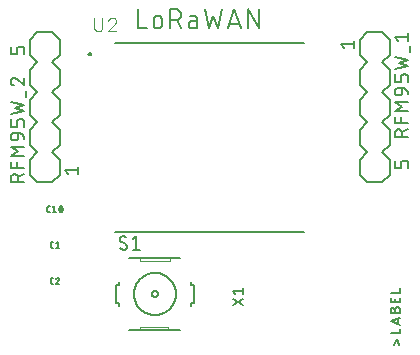
<source format=gbr>
G04 EAGLE Gerber RS-274X export*
G75*
%MOMM*%
%FSLAX34Y34*%
%LPD*%
%INSilkscreen Top*%
%IPPOS*%
%AMOC8*
5,1,8,0,0,1.08239X$1,22.5*%
G01*
%ADD10C,0.152400*%
%ADD11C,0.127000*%
%ADD12C,0.050800*%
%ADD13C,0.200000*%
%ADD14C,0.101600*%
%ADD15C,0.177800*%


D10*
X130302Y806958D02*
X130302Y790702D01*
X137527Y790702D01*
X143159Y794314D02*
X143159Y797927D01*
X143160Y797927D02*
X143162Y798046D01*
X143168Y798166D01*
X143178Y798285D01*
X143192Y798403D01*
X143209Y798522D01*
X143231Y798639D01*
X143256Y798756D01*
X143286Y798871D01*
X143319Y798986D01*
X143356Y799100D01*
X143396Y799212D01*
X143441Y799323D01*
X143489Y799432D01*
X143540Y799540D01*
X143595Y799646D01*
X143654Y799750D01*
X143716Y799852D01*
X143781Y799952D01*
X143850Y800050D01*
X143922Y800146D01*
X143997Y800239D01*
X144074Y800329D01*
X144155Y800417D01*
X144239Y800502D01*
X144326Y800584D01*
X144415Y800664D01*
X144507Y800740D01*
X144601Y800814D01*
X144698Y800884D01*
X144796Y800951D01*
X144897Y801015D01*
X145001Y801075D01*
X145106Y801132D01*
X145213Y801185D01*
X145321Y801235D01*
X145431Y801281D01*
X145543Y801323D01*
X145656Y801362D01*
X145770Y801397D01*
X145885Y801428D01*
X146002Y801456D01*
X146119Y801479D01*
X146236Y801499D01*
X146355Y801515D01*
X146474Y801527D01*
X146593Y801535D01*
X146712Y801539D01*
X146832Y801539D01*
X146951Y801535D01*
X147070Y801527D01*
X147189Y801515D01*
X147308Y801499D01*
X147425Y801479D01*
X147542Y801456D01*
X147659Y801428D01*
X147774Y801397D01*
X147888Y801362D01*
X148001Y801323D01*
X148113Y801281D01*
X148223Y801235D01*
X148331Y801185D01*
X148438Y801132D01*
X148543Y801075D01*
X148647Y801015D01*
X148748Y800951D01*
X148846Y800884D01*
X148943Y800814D01*
X149037Y800740D01*
X149129Y800664D01*
X149218Y800584D01*
X149305Y800502D01*
X149389Y800417D01*
X149470Y800329D01*
X149547Y800239D01*
X149622Y800146D01*
X149694Y800050D01*
X149763Y799952D01*
X149828Y799852D01*
X149890Y799750D01*
X149949Y799646D01*
X150004Y799540D01*
X150055Y799432D01*
X150103Y799323D01*
X150148Y799212D01*
X150188Y799100D01*
X150225Y798986D01*
X150258Y798871D01*
X150288Y798756D01*
X150313Y798639D01*
X150335Y798522D01*
X150352Y798403D01*
X150366Y798285D01*
X150376Y798166D01*
X150382Y798046D01*
X150384Y797927D01*
X150384Y794314D01*
X150382Y794195D01*
X150376Y794075D01*
X150366Y793956D01*
X150352Y793838D01*
X150335Y793719D01*
X150313Y793602D01*
X150288Y793485D01*
X150258Y793370D01*
X150225Y793255D01*
X150188Y793141D01*
X150148Y793029D01*
X150103Y792918D01*
X150055Y792809D01*
X150004Y792701D01*
X149949Y792595D01*
X149890Y792491D01*
X149828Y792389D01*
X149763Y792289D01*
X149694Y792191D01*
X149622Y792095D01*
X149547Y792002D01*
X149470Y791912D01*
X149389Y791824D01*
X149305Y791739D01*
X149218Y791657D01*
X149129Y791577D01*
X149037Y791501D01*
X148943Y791427D01*
X148846Y791357D01*
X148748Y791290D01*
X148647Y791226D01*
X148543Y791166D01*
X148438Y791109D01*
X148331Y791056D01*
X148223Y791006D01*
X148113Y790960D01*
X148001Y790918D01*
X147888Y790879D01*
X147774Y790844D01*
X147659Y790813D01*
X147542Y790785D01*
X147425Y790762D01*
X147308Y790742D01*
X147189Y790726D01*
X147070Y790714D01*
X146951Y790706D01*
X146832Y790702D01*
X146712Y790702D01*
X146593Y790706D01*
X146474Y790714D01*
X146355Y790726D01*
X146236Y790742D01*
X146119Y790762D01*
X146002Y790785D01*
X145885Y790813D01*
X145770Y790844D01*
X145656Y790879D01*
X145543Y790918D01*
X145431Y790960D01*
X145321Y791006D01*
X145213Y791056D01*
X145106Y791109D01*
X145001Y791166D01*
X144897Y791226D01*
X144796Y791290D01*
X144698Y791357D01*
X144601Y791427D01*
X144507Y791501D01*
X144415Y791577D01*
X144326Y791657D01*
X144239Y791739D01*
X144155Y791824D01*
X144074Y791912D01*
X143997Y792002D01*
X143922Y792095D01*
X143850Y792191D01*
X143781Y792289D01*
X143716Y792389D01*
X143654Y792491D01*
X143595Y792595D01*
X143540Y792701D01*
X143489Y792809D01*
X143441Y792918D01*
X143396Y793029D01*
X143356Y793141D01*
X143319Y793255D01*
X143286Y793370D01*
X143256Y793485D01*
X143231Y793602D01*
X143209Y793719D01*
X143192Y793838D01*
X143178Y793956D01*
X143168Y794075D01*
X143162Y794195D01*
X143160Y794314D01*
X157458Y790702D02*
X157458Y806958D01*
X161973Y806958D01*
X162106Y806956D01*
X162238Y806950D01*
X162370Y806940D01*
X162502Y806927D01*
X162634Y806909D01*
X162764Y806888D01*
X162895Y806863D01*
X163024Y806834D01*
X163152Y806801D01*
X163280Y806765D01*
X163406Y806725D01*
X163531Y806681D01*
X163655Y806633D01*
X163777Y806582D01*
X163898Y806527D01*
X164017Y806469D01*
X164135Y806407D01*
X164250Y806342D01*
X164364Y806273D01*
X164475Y806202D01*
X164584Y806126D01*
X164691Y806048D01*
X164796Y805967D01*
X164898Y805882D01*
X164998Y805795D01*
X165095Y805705D01*
X165190Y805612D01*
X165281Y805516D01*
X165370Y805418D01*
X165456Y805317D01*
X165539Y805213D01*
X165619Y805107D01*
X165695Y804999D01*
X165769Y804889D01*
X165839Y804776D01*
X165906Y804662D01*
X165969Y804545D01*
X166029Y804427D01*
X166086Y804307D01*
X166139Y804185D01*
X166188Y804062D01*
X166234Y803938D01*
X166276Y803812D01*
X166314Y803685D01*
X166349Y803557D01*
X166380Y803428D01*
X166407Y803299D01*
X166430Y803168D01*
X166450Y803037D01*
X166465Y802905D01*
X166477Y802773D01*
X166485Y802641D01*
X166489Y802508D01*
X166489Y802376D01*
X166485Y802243D01*
X166477Y802111D01*
X166465Y801979D01*
X166450Y801847D01*
X166430Y801716D01*
X166407Y801585D01*
X166380Y801456D01*
X166349Y801327D01*
X166314Y801199D01*
X166276Y801072D01*
X166234Y800946D01*
X166188Y800822D01*
X166139Y800699D01*
X166086Y800577D01*
X166029Y800457D01*
X165969Y800339D01*
X165906Y800222D01*
X165839Y800108D01*
X165769Y799995D01*
X165695Y799885D01*
X165619Y799777D01*
X165539Y799671D01*
X165456Y799567D01*
X165370Y799466D01*
X165281Y799368D01*
X165190Y799272D01*
X165095Y799179D01*
X164998Y799089D01*
X164898Y799002D01*
X164796Y798917D01*
X164691Y798836D01*
X164584Y798758D01*
X164475Y798682D01*
X164364Y798611D01*
X164250Y798542D01*
X164135Y798477D01*
X164017Y798415D01*
X163898Y798357D01*
X163777Y798302D01*
X163655Y798251D01*
X163531Y798203D01*
X163406Y798159D01*
X163280Y798119D01*
X163152Y798083D01*
X163024Y798050D01*
X162895Y798021D01*
X162764Y797996D01*
X162634Y797975D01*
X162502Y797957D01*
X162370Y797944D01*
X162238Y797934D01*
X162106Y797928D01*
X161973Y797926D01*
X161973Y797927D02*
X157458Y797927D01*
X162877Y797927D02*
X166489Y790702D01*
X175946Y797024D02*
X180010Y797024D01*
X175946Y797024D02*
X175834Y797022D01*
X175723Y797016D01*
X175612Y797006D01*
X175501Y796993D01*
X175391Y796975D01*
X175282Y796953D01*
X175173Y796928D01*
X175065Y796899D01*
X174959Y796866D01*
X174853Y796829D01*
X174749Y796789D01*
X174647Y796745D01*
X174546Y796697D01*
X174447Y796646D01*
X174349Y796591D01*
X174254Y796533D01*
X174161Y796472D01*
X174070Y796407D01*
X173981Y796339D01*
X173895Y796268D01*
X173812Y796195D01*
X173731Y796118D01*
X173652Y796038D01*
X173577Y795956D01*
X173505Y795871D01*
X173435Y795784D01*
X173369Y795694D01*
X173306Y795602D01*
X173246Y795507D01*
X173190Y795411D01*
X173137Y795313D01*
X173088Y795213D01*
X173042Y795111D01*
X173000Y795008D01*
X172961Y794903D01*
X172926Y794797D01*
X172895Y794690D01*
X172868Y794582D01*
X172844Y794473D01*
X172825Y794363D01*
X172809Y794253D01*
X172797Y794142D01*
X172789Y794030D01*
X172785Y793919D01*
X172785Y793807D01*
X172789Y793696D01*
X172797Y793584D01*
X172809Y793473D01*
X172825Y793363D01*
X172844Y793253D01*
X172868Y793144D01*
X172895Y793036D01*
X172926Y792929D01*
X172961Y792823D01*
X173000Y792718D01*
X173042Y792615D01*
X173088Y792513D01*
X173137Y792413D01*
X173190Y792315D01*
X173246Y792219D01*
X173306Y792124D01*
X173369Y792032D01*
X173435Y791942D01*
X173505Y791855D01*
X173577Y791770D01*
X173652Y791688D01*
X173731Y791608D01*
X173812Y791531D01*
X173895Y791458D01*
X173981Y791387D01*
X174070Y791319D01*
X174161Y791254D01*
X174254Y791193D01*
X174349Y791135D01*
X174447Y791080D01*
X174546Y791029D01*
X174647Y790981D01*
X174749Y790937D01*
X174853Y790897D01*
X174959Y790860D01*
X175065Y790827D01*
X175173Y790798D01*
X175282Y790773D01*
X175391Y790751D01*
X175501Y790733D01*
X175612Y790720D01*
X175723Y790710D01*
X175834Y790704D01*
X175946Y790702D01*
X180010Y790702D01*
X180010Y798830D01*
X180008Y798931D01*
X180002Y799032D01*
X179993Y799133D01*
X179980Y799234D01*
X179963Y799334D01*
X179942Y799433D01*
X179918Y799531D01*
X179890Y799628D01*
X179858Y799725D01*
X179823Y799820D01*
X179784Y799913D01*
X179742Y800005D01*
X179696Y800096D01*
X179647Y800185D01*
X179595Y800271D01*
X179539Y800356D01*
X179481Y800439D01*
X179419Y800519D01*
X179354Y800597D01*
X179287Y800673D01*
X179217Y800746D01*
X179144Y800816D01*
X179068Y800883D01*
X178990Y800948D01*
X178910Y801010D01*
X178827Y801068D01*
X178742Y801124D01*
X178656Y801176D01*
X178567Y801225D01*
X178476Y801271D01*
X178384Y801313D01*
X178291Y801352D01*
X178196Y801387D01*
X178099Y801419D01*
X178002Y801447D01*
X177904Y801471D01*
X177805Y801492D01*
X177705Y801509D01*
X177604Y801522D01*
X177503Y801531D01*
X177402Y801537D01*
X177301Y801539D01*
X173688Y801539D01*
X186441Y806958D02*
X190053Y790702D01*
X193665Y801539D01*
X197278Y790702D01*
X200890Y806958D01*
X211381Y806958D02*
X205962Y790702D01*
X216799Y790702D02*
X211381Y806958D01*
X215445Y794766D02*
X207317Y794766D01*
X223018Y790702D02*
X223018Y806958D01*
X232049Y790702D01*
X232049Y806958D01*
D11*
X55451Y635381D02*
X54378Y635381D01*
X54313Y635383D01*
X54249Y635389D01*
X54185Y635399D01*
X54121Y635412D01*
X54059Y635430D01*
X53998Y635451D01*
X53938Y635475D01*
X53880Y635504D01*
X53823Y635536D01*
X53769Y635571D01*
X53717Y635609D01*
X53667Y635651D01*
X53620Y635695D01*
X53576Y635742D01*
X53534Y635792D01*
X53496Y635844D01*
X53461Y635898D01*
X53429Y635955D01*
X53400Y636013D01*
X53376Y636073D01*
X53355Y636134D01*
X53337Y636196D01*
X53324Y636260D01*
X53314Y636324D01*
X53308Y636388D01*
X53306Y636453D01*
X53306Y639135D01*
X53308Y639200D01*
X53314Y639264D01*
X53324Y639328D01*
X53337Y639392D01*
X53355Y639454D01*
X53376Y639515D01*
X53400Y639575D01*
X53429Y639633D01*
X53461Y639690D01*
X53496Y639744D01*
X53534Y639796D01*
X53576Y639846D01*
X53620Y639893D01*
X53667Y639937D01*
X53717Y639979D01*
X53769Y640017D01*
X53823Y640052D01*
X53880Y640084D01*
X53938Y640113D01*
X53998Y640137D01*
X54059Y640158D01*
X54121Y640176D01*
X54185Y640189D01*
X54249Y640199D01*
X54313Y640205D01*
X54378Y640207D01*
X55451Y640207D01*
X57907Y639135D02*
X59247Y640207D01*
X59247Y635381D01*
X57907Y635381D02*
X60588Y635381D01*
X63393Y637794D02*
X63395Y637914D01*
X63400Y638034D01*
X63409Y638154D01*
X63422Y638274D01*
X63438Y638393D01*
X63458Y638512D01*
X63482Y638630D01*
X63509Y638747D01*
X63539Y638863D01*
X63573Y638978D01*
X63611Y639093D01*
X63652Y639206D01*
X63696Y639317D01*
X63744Y639428D01*
X63795Y639537D01*
X63796Y639537D02*
X63817Y639594D01*
X63843Y639650D01*
X63871Y639705D01*
X63903Y639757D01*
X63939Y639808D01*
X63977Y639856D01*
X64018Y639902D01*
X64062Y639945D01*
X64108Y639985D01*
X64157Y640022D01*
X64209Y640056D01*
X64262Y640087D01*
X64317Y640115D01*
X64373Y640139D01*
X64431Y640160D01*
X64490Y640177D01*
X64550Y640190D01*
X64611Y640199D01*
X64673Y640205D01*
X64734Y640207D01*
X64795Y640205D01*
X64857Y640199D01*
X64918Y640190D01*
X64978Y640177D01*
X65037Y640160D01*
X65095Y640139D01*
X65151Y640115D01*
X65206Y640087D01*
X65259Y640056D01*
X65311Y640022D01*
X65360Y639985D01*
X65406Y639945D01*
X65450Y639902D01*
X65491Y639856D01*
X65529Y639808D01*
X65565Y639757D01*
X65597Y639705D01*
X65625Y639650D01*
X65651Y639594D01*
X65672Y639537D01*
X65723Y639428D01*
X65771Y639317D01*
X65815Y639206D01*
X65856Y639093D01*
X65894Y638978D01*
X65928Y638863D01*
X65958Y638747D01*
X65985Y638630D01*
X66009Y638512D01*
X66029Y638393D01*
X66045Y638274D01*
X66058Y638154D01*
X66067Y638034D01*
X66072Y637914D01*
X66074Y637794D01*
X63393Y637794D02*
X63395Y637674D01*
X63400Y637554D01*
X63409Y637434D01*
X63422Y637314D01*
X63438Y637195D01*
X63458Y637076D01*
X63482Y636958D01*
X63509Y636841D01*
X63539Y636725D01*
X63573Y636610D01*
X63611Y636495D01*
X63652Y636382D01*
X63696Y636271D01*
X63744Y636160D01*
X63795Y636051D01*
X63796Y636051D02*
X63817Y635994D01*
X63843Y635938D01*
X63871Y635883D01*
X63903Y635831D01*
X63939Y635780D01*
X63977Y635732D01*
X64018Y635686D01*
X64062Y635643D01*
X64108Y635603D01*
X64157Y635566D01*
X64209Y635532D01*
X64262Y635501D01*
X64317Y635473D01*
X64373Y635449D01*
X64431Y635428D01*
X64490Y635411D01*
X64550Y635398D01*
X64611Y635389D01*
X64673Y635383D01*
X64734Y635381D01*
X65672Y636051D02*
X65723Y636160D01*
X65771Y636271D01*
X65815Y636382D01*
X65856Y636495D01*
X65894Y636610D01*
X65928Y636725D01*
X65958Y636841D01*
X65985Y636958D01*
X66009Y637076D01*
X66029Y637195D01*
X66045Y637314D01*
X66058Y637434D01*
X66067Y637554D01*
X66072Y637674D01*
X66074Y637794D01*
X65672Y636051D02*
X65651Y635994D01*
X65625Y635938D01*
X65597Y635883D01*
X65565Y635831D01*
X65529Y635780D01*
X65491Y635732D01*
X65450Y635686D01*
X65406Y635643D01*
X65359Y635603D01*
X65311Y635566D01*
X65259Y635532D01*
X65206Y635501D01*
X65151Y635473D01*
X65095Y635449D01*
X65037Y635428D01*
X64978Y635411D01*
X64918Y635398D01*
X64857Y635389D01*
X64795Y635383D01*
X64734Y635381D01*
X63661Y636453D02*
X65806Y639135D01*
D10*
X342900Y768350D02*
X342900Y781050D01*
X342900Y768350D02*
X336550Y762000D01*
X323850Y762000D02*
X317500Y768350D01*
X336550Y762000D02*
X342900Y755650D01*
X342900Y742950D01*
X336550Y736600D01*
X323850Y736600D02*
X317500Y742950D01*
X317500Y755650D01*
X323850Y762000D01*
X323850Y787400D02*
X336550Y787400D01*
X342900Y781050D01*
X323850Y787400D02*
X317500Y781050D01*
X317500Y768350D01*
X336550Y736600D02*
X342900Y730250D01*
X342900Y717550D01*
X336550Y711200D01*
X323850Y711200D02*
X317500Y717550D01*
X317500Y730250D01*
X323850Y736600D01*
X342900Y704850D02*
X342900Y692150D01*
X336550Y685800D01*
X323850Y685800D02*
X317500Y692150D01*
X336550Y685800D02*
X342900Y679450D01*
X342900Y666750D01*
X336550Y660400D01*
X323850Y660400D01*
X317500Y666750D01*
X317500Y679450D01*
X323850Y685800D01*
X342900Y704850D02*
X336550Y711200D01*
X323850Y711200D02*
X317500Y704850D01*
X317500Y692150D01*
D11*
X304165Y774065D02*
X301625Y777240D01*
X313055Y777240D01*
X313055Y774065D02*
X313055Y780415D01*
X358775Y676275D02*
X358775Y672465D01*
X358775Y676275D02*
X358773Y676375D01*
X358767Y676474D01*
X358757Y676574D01*
X358744Y676672D01*
X358726Y676771D01*
X358705Y676868D01*
X358680Y676964D01*
X358651Y677060D01*
X358618Y677154D01*
X358582Y677247D01*
X358542Y677338D01*
X358498Y677428D01*
X358451Y677516D01*
X358401Y677602D01*
X358347Y677686D01*
X358290Y677768D01*
X358230Y677847D01*
X358166Y677925D01*
X358100Y677999D01*
X358031Y678071D01*
X357959Y678140D01*
X357885Y678206D01*
X357807Y678270D01*
X357728Y678330D01*
X357646Y678387D01*
X357562Y678441D01*
X357476Y678491D01*
X357388Y678538D01*
X357298Y678582D01*
X357207Y678622D01*
X357114Y678658D01*
X357020Y678691D01*
X356924Y678720D01*
X356828Y678745D01*
X356731Y678766D01*
X356632Y678784D01*
X356534Y678797D01*
X356434Y678807D01*
X356335Y678813D01*
X356235Y678815D01*
X354965Y678815D01*
X354865Y678813D01*
X354766Y678807D01*
X354666Y678797D01*
X354568Y678784D01*
X354469Y678766D01*
X354372Y678745D01*
X354276Y678720D01*
X354180Y678691D01*
X354086Y678658D01*
X353993Y678622D01*
X353902Y678582D01*
X353812Y678538D01*
X353724Y678491D01*
X353638Y678441D01*
X353554Y678387D01*
X353472Y678330D01*
X353393Y678270D01*
X353315Y678206D01*
X353241Y678140D01*
X353169Y678071D01*
X353100Y677999D01*
X353034Y677925D01*
X352970Y677847D01*
X352910Y677768D01*
X352853Y677686D01*
X352799Y677602D01*
X352749Y677516D01*
X352702Y677428D01*
X352658Y677338D01*
X352618Y677247D01*
X352582Y677154D01*
X352549Y677060D01*
X352520Y676964D01*
X352495Y676868D01*
X352474Y676771D01*
X352456Y676672D01*
X352443Y676574D01*
X352433Y676474D01*
X352427Y676375D01*
X352425Y676275D01*
X352425Y672465D01*
X347345Y672465D01*
X347345Y678815D01*
X347345Y698964D02*
X358775Y698964D01*
X347345Y698964D02*
X347345Y702139D01*
X347347Y702250D01*
X347353Y702360D01*
X347362Y702471D01*
X347376Y702581D01*
X347393Y702690D01*
X347414Y702799D01*
X347439Y702907D01*
X347468Y703014D01*
X347500Y703120D01*
X347536Y703225D01*
X347576Y703328D01*
X347619Y703430D01*
X347666Y703531D01*
X347717Y703630D01*
X347770Y703727D01*
X347827Y703821D01*
X347888Y703914D01*
X347951Y704005D01*
X348018Y704094D01*
X348088Y704180D01*
X348161Y704263D01*
X348236Y704345D01*
X348314Y704423D01*
X348396Y704498D01*
X348479Y704571D01*
X348565Y704641D01*
X348654Y704708D01*
X348745Y704771D01*
X348838Y704832D01*
X348933Y704889D01*
X349029Y704942D01*
X349128Y704993D01*
X349229Y705040D01*
X349331Y705083D01*
X349434Y705123D01*
X349539Y705159D01*
X349645Y705191D01*
X349752Y705220D01*
X349860Y705245D01*
X349969Y705266D01*
X350078Y705283D01*
X350188Y705297D01*
X350299Y705306D01*
X350409Y705312D01*
X350520Y705314D01*
X350631Y705312D01*
X350741Y705306D01*
X350852Y705297D01*
X350962Y705283D01*
X351071Y705266D01*
X351180Y705245D01*
X351288Y705220D01*
X351395Y705191D01*
X351501Y705159D01*
X351606Y705123D01*
X351709Y705083D01*
X351811Y705040D01*
X351912Y704993D01*
X352011Y704942D01*
X352108Y704889D01*
X352202Y704832D01*
X352295Y704771D01*
X352386Y704708D01*
X352475Y704641D01*
X352561Y704571D01*
X352644Y704498D01*
X352726Y704423D01*
X352804Y704345D01*
X352879Y704263D01*
X352952Y704180D01*
X353022Y704094D01*
X353089Y704005D01*
X353152Y703914D01*
X353213Y703821D01*
X353270Y703727D01*
X353323Y703630D01*
X353374Y703531D01*
X353421Y703430D01*
X353464Y703328D01*
X353504Y703225D01*
X353540Y703120D01*
X353572Y703014D01*
X353601Y702907D01*
X353626Y702799D01*
X353647Y702690D01*
X353664Y702581D01*
X353678Y702471D01*
X353687Y702360D01*
X353693Y702250D01*
X353695Y702139D01*
X353695Y698964D01*
X353695Y702774D02*
X358775Y705314D01*
X358775Y710717D02*
X347345Y710717D01*
X347345Y715797D01*
X352425Y715797D02*
X352425Y710717D01*
X347345Y720725D02*
X358775Y720725D01*
X353695Y724535D02*
X347345Y720725D01*
X353695Y724535D02*
X347345Y728345D01*
X358775Y728345D01*
X353695Y736473D02*
X353695Y740283D01*
X353695Y736473D02*
X353693Y736373D01*
X353687Y736274D01*
X353677Y736174D01*
X353664Y736076D01*
X353646Y735977D01*
X353625Y735880D01*
X353600Y735784D01*
X353571Y735688D01*
X353538Y735594D01*
X353502Y735501D01*
X353462Y735410D01*
X353418Y735320D01*
X353371Y735232D01*
X353321Y735146D01*
X353267Y735062D01*
X353210Y734980D01*
X353150Y734901D01*
X353086Y734823D01*
X353020Y734749D01*
X352951Y734677D01*
X352879Y734608D01*
X352805Y734542D01*
X352727Y734478D01*
X352648Y734418D01*
X352566Y734361D01*
X352482Y734307D01*
X352396Y734257D01*
X352308Y734210D01*
X352218Y734166D01*
X352127Y734126D01*
X352034Y734090D01*
X351940Y734057D01*
X351844Y734028D01*
X351748Y734003D01*
X351651Y733982D01*
X351552Y733964D01*
X351454Y733951D01*
X351354Y733941D01*
X351255Y733935D01*
X351155Y733933D01*
X350520Y733933D01*
X350409Y733935D01*
X350299Y733941D01*
X350188Y733950D01*
X350078Y733964D01*
X349969Y733981D01*
X349860Y734002D01*
X349752Y734027D01*
X349645Y734056D01*
X349539Y734088D01*
X349434Y734124D01*
X349331Y734164D01*
X349229Y734207D01*
X349128Y734254D01*
X349029Y734305D01*
X348933Y734358D01*
X348838Y734415D01*
X348745Y734476D01*
X348654Y734539D01*
X348565Y734606D01*
X348479Y734676D01*
X348396Y734749D01*
X348314Y734824D01*
X348236Y734902D01*
X348161Y734984D01*
X348088Y735067D01*
X348018Y735153D01*
X347951Y735242D01*
X347888Y735333D01*
X347827Y735426D01*
X347770Y735521D01*
X347717Y735617D01*
X347666Y735716D01*
X347619Y735817D01*
X347576Y735919D01*
X347536Y736022D01*
X347500Y736127D01*
X347468Y736233D01*
X347439Y736340D01*
X347414Y736448D01*
X347393Y736557D01*
X347376Y736666D01*
X347362Y736776D01*
X347353Y736887D01*
X347347Y736997D01*
X347345Y737108D01*
X347347Y737219D01*
X347353Y737329D01*
X347362Y737440D01*
X347376Y737550D01*
X347393Y737659D01*
X347414Y737768D01*
X347439Y737876D01*
X347468Y737983D01*
X347500Y738089D01*
X347536Y738194D01*
X347576Y738297D01*
X347619Y738399D01*
X347666Y738500D01*
X347717Y738599D01*
X347770Y738696D01*
X347827Y738790D01*
X347888Y738883D01*
X347951Y738974D01*
X348018Y739063D01*
X348088Y739149D01*
X348161Y739232D01*
X348236Y739314D01*
X348314Y739392D01*
X348396Y739467D01*
X348479Y739540D01*
X348565Y739610D01*
X348654Y739677D01*
X348745Y739740D01*
X348838Y739801D01*
X348933Y739858D01*
X349029Y739911D01*
X349128Y739962D01*
X349229Y740009D01*
X349331Y740052D01*
X349434Y740092D01*
X349539Y740128D01*
X349645Y740160D01*
X349752Y740189D01*
X349860Y740214D01*
X349969Y740235D01*
X350078Y740252D01*
X350188Y740266D01*
X350299Y740275D01*
X350409Y740281D01*
X350520Y740283D01*
X353695Y740283D01*
X353835Y740281D01*
X353975Y740275D01*
X354115Y740266D01*
X354254Y740252D01*
X354393Y740235D01*
X354531Y740214D01*
X354669Y740189D01*
X354806Y740160D01*
X354942Y740128D01*
X355077Y740091D01*
X355211Y740051D01*
X355344Y740008D01*
X355476Y739960D01*
X355607Y739910D01*
X355736Y739855D01*
X355863Y739797D01*
X355989Y739736D01*
X356113Y739671D01*
X356235Y739602D01*
X356355Y739531D01*
X356473Y739456D01*
X356590Y739378D01*
X356704Y739296D01*
X356815Y739212D01*
X356924Y739124D01*
X357031Y739034D01*
X357136Y738940D01*
X357237Y738844D01*
X357336Y738745D01*
X357432Y738644D01*
X357526Y738539D01*
X357616Y738432D01*
X357704Y738323D01*
X357788Y738212D01*
X357870Y738098D01*
X357948Y737981D01*
X358023Y737863D01*
X358094Y737743D01*
X358163Y737621D01*
X358228Y737497D01*
X358289Y737371D01*
X358347Y737244D01*
X358402Y737115D01*
X358452Y736984D01*
X358500Y736852D01*
X358543Y736719D01*
X358583Y736585D01*
X358620Y736450D01*
X358652Y736314D01*
X358681Y736177D01*
X358706Y736039D01*
X358727Y735901D01*
X358744Y735762D01*
X358758Y735623D01*
X358767Y735483D01*
X358773Y735343D01*
X358775Y735203D01*
X358775Y745363D02*
X358775Y749173D01*
X358773Y749273D01*
X358767Y749372D01*
X358757Y749472D01*
X358744Y749570D01*
X358726Y749669D01*
X358705Y749766D01*
X358680Y749862D01*
X358651Y749958D01*
X358618Y750052D01*
X358582Y750145D01*
X358542Y750236D01*
X358498Y750326D01*
X358451Y750414D01*
X358401Y750500D01*
X358347Y750584D01*
X358290Y750666D01*
X358230Y750745D01*
X358166Y750823D01*
X358100Y750897D01*
X358031Y750969D01*
X357959Y751038D01*
X357885Y751104D01*
X357807Y751168D01*
X357728Y751228D01*
X357646Y751285D01*
X357562Y751339D01*
X357476Y751389D01*
X357388Y751436D01*
X357298Y751480D01*
X357207Y751520D01*
X357114Y751556D01*
X357020Y751589D01*
X356924Y751618D01*
X356828Y751643D01*
X356731Y751664D01*
X356632Y751682D01*
X356534Y751695D01*
X356434Y751705D01*
X356335Y751711D01*
X356235Y751713D01*
X354965Y751713D01*
X354865Y751711D01*
X354766Y751705D01*
X354666Y751695D01*
X354568Y751682D01*
X354469Y751664D01*
X354372Y751643D01*
X354276Y751618D01*
X354180Y751589D01*
X354086Y751556D01*
X353993Y751520D01*
X353902Y751480D01*
X353812Y751436D01*
X353724Y751389D01*
X353638Y751339D01*
X353554Y751285D01*
X353472Y751228D01*
X353393Y751168D01*
X353315Y751104D01*
X353241Y751038D01*
X353169Y750969D01*
X353100Y750897D01*
X353034Y750823D01*
X352970Y750745D01*
X352910Y750666D01*
X352853Y750584D01*
X352799Y750500D01*
X352749Y750414D01*
X352702Y750326D01*
X352658Y750236D01*
X352618Y750145D01*
X352582Y750052D01*
X352549Y749958D01*
X352520Y749862D01*
X352495Y749766D01*
X352474Y749669D01*
X352456Y749570D01*
X352443Y749472D01*
X352433Y749372D01*
X352427Y749273D01*
X352425Y749173D01*
X352425Y745363D01*
X347345Y745363D01*
X347345Y751713D01*
X347345Y756412D02*
X358775Y758952D01*
X351155Y761492D01*
X358775Y764032D01*
X347345Y766572D01*
X360045Y770763D02*
X360045Y775843D01*
X349885Y780415D02*
X347345Y783590D01*
X358775Y783590D01*
X358775Y780415D02*
X358775Y786765D01*
D10*
X38100Y679450D02*
X38100Y666750D01*
X38100Y679450D02*
X44450Y685800D01*
X57150Y685800D02*
X63500Y679450D01*
X44450Y685800D02*
X38100Y692150D01*
X38100Y704850D01*
X44450Y711200D01*
X57150Y711200D02*
X63500Y704850D01*
X63500Y692150D01*
X57150Y685800D01*
X57150Y660400D02*
X44450Y660400D01*
X38100Y666750D01*
X57150Y660400D02*
X63500Y666750D01*
X63500Y679450D01*
X44450Y711200D02*
X38100Y717550D01*
X38100Y730250D01*
X44450Y736600D01*
X57150Y736600D02*
X63500Y730250D01*
X63500Y717550D01*
X57150Y711200D01*
X38100Y742950D02*
X38100Y755650D01*
X44450Y762000D01*
X57150Y762000D02*
X63500Y755650D01*
X44450Y762000D02*
X38100Y768350D01*
X38100Y781050D01*
X44450Y787400D01*
X57150Y787400D01*
X63500Y781050D01*
X63500Y768350D01*
X57150Y762000D01*
X38100Y742950D02*
X44450Y736600D01*
X57150Y736600D02*
X63500Y742950D01*
X63500Y755650D01*
D11*
X67945Y670560D02*
X70485Y667385D01*
X67945Y670560D02*
X79375Y670560D01*
X79375Y667385D02*
X79375Y673735D01*
X33655Y768985D02*
X33655Y772795D01*
X33653Y772895D01*
X33647Y772994D01*
X33637Y773094D01*
X33624Y773192D01*
X33606Y773291D01*
X33585Y773388D01*
X33560Y773484D01*
X33531Y773580D01*
X33498Y773674D01*
X33462Y773767D01*
X33422Y773858D01*
X33378Y773948D01*
X33331Y774036D01*
X33281Y774122D01*
X33227Y774206D01*
X33170Y774288D01*
X33110Y774367D01*
X33046Y774445D01*
X32980Y774519D01*
X32911Y774591D01*
X32839Y774660D01*
X32765Y774726D01*
X32687Y774790D01*
X32608Y774850D01*
X32526Y774907D01*
X32442Y774961D01*
X32356Y775011D01*
X32268Y775058D01*
X32178Y775102D01*
X32087Y775142D01*
X31994Y775178D01*
X31900Y775211D01*
X31804Y775240D01*
X31708Y775265D01*
X31611Y775286D01*
X31512Y775304D01*
X31414Y775317D01*
X31314Y775327D01*
X31215Y775333D01*
X31115Y775335D01*
X29845Y775335D01*
X29745Y775333D01*
X29646Y775327D01*
X29546Y775317D01*
X29448Y775304D01*
X29349Y775286D01*
X29252Y775265D01*
X29156Y775240D01*
X29060Y775211D01*
X28966Y775178D01*
X28873Y775142D01*
X28782Y775102D01*
X28692Y775058D01*
X28604Y775011D01*
X28518Y774961D01*
X28434Y774907D01*
X28352Y774850D01*
X28273Y774790D01*
X28195Y774726D01*
X28121Y774660D01*
X28049Y774591D01*
X27980Y774519D01*
X27914Y774445D01*
X27850Y774367D01*
X27790Y774288D01*
X27733Y774206D01*
X27679Y774122D01*
X27629Y774036D01*
X27582Y773948D01*
X27538Y773858D01*
X27498Y773767D01*
X27462Y773674D01*
X27429Y773580D01*
X27400Y773484D01*
X27375Y773388D01*
X27354Y773291D01*
X27336Y773192D01*
X27323Y773094D01*
X27313Y772994D01*
X27307Y772895D01*
X27305Y772795D01*
X27305Y768985D01*
X22225Y768985D01*
X22225Y775335D01*
X22225Y661035D02*
X33655Y661035D01*
X22225Y661035D02*
X22225Y664210D01*
X22227Y664321D01*
X22233Y664431D01*
X22242Y664542D01*
X22256Y664652D01*
X22273Y664761D01*
X22294Y664870D01*
X22319Y664978D01*
X22348Y665085D01*
X22380Y665191D01*
X22416Y665296D01*
X22456Y665399D01*
X22499Y665501D01*
X22546Y665602D01*
X22597Y665701D01*
X22650Y665798D01*
X22707Y665892D01*
X22768Y665985D01*
X22831Y666076D01*
X22898Y666165D01*
X22968Y666251D01*
X23041Y666334D01*
X23116Y666416D01*
X23194Y666494D01*
X23276Y666569D01*
X23359Y666642D01*
X23445Y666712D01*
X23534Y666779D01*
X23625Y666842D01*
X23718Y666903D01*
X23812Y666960D01*
X23909Y667013D01*
X24008Y667064D01*
X24109Y667111D01*
X24211Y667154D01*
X24314Y667194D01*
X24419Y667230D01*
X24525Y667262D01*
X24632Y667291D01*
X24740Y667316D01*
X24849Y667337D01*
X24958Y667354D01*
X25068Y667368D01*
X25179Y667377D01*
X25289Y667383D01*
X25400Y667385D01*
X25511Y667383D01*
X25621Y667377D01*
X25732Y667368D01*
X25842Y667354D01*
X25951Y667337D01*
X26060Y667316D01*
X26168Y667291D01*
X26275Y667262D01*
X26381Y667230D01*
X26486Y667194D01*
X26589Y667154D01*
X26691Y667111D01*
X26792Y667064D01*
X26891Y667013D01*
X26988Y666960D01*
X27082Y666903D01*
X27175Y666842D01*
X27266Y666779D01*
X27355Y666712D01*
X27441Y666642D01*
X27524Y666569D01*
X27606Y666494D01*
X27684Y666416D01*
X27759Y666334D01*
X27832Y666251D01*
X27902Y666165D01*
X27969Y666076D01*
X28032Y665985D01*
X28093Y665892D01*
X28150Y665798D01*
X28203Y665701D01*
X28254Y665602D01*
X28301Y665501D01*
X28344Y665399D01*
X28384Y665296D01*
X28420Y665191D01*
X28452Y665085D01*
X28481Y664978D01*
X28506Y664870D01*
X28527Y664761D01*
X28544Y664652D01*
X28558Y664542D01*
X28567Y664431D01*
X28573Y664321D01*
X28575Y664210D01*
X28575Y661035D01*
X28575Y664845D02*
X33655Y667385D01*
X33655Y672789D02*
X22225Y672789D01*
X22225Y677869D01*
X27305Y677869D02*
X27305Y672789D01*
X22225Y682796D02*
X33655Y682796D01*
X28575Y686606D02*
X22225Y682796D01*
X28575Y686606D02*
X22225Y690416D01*
X33655Y690416D01*
X28575Y698544D02*
X28575Y702354D01*
X28575Y698544D02*
X28573Y698444D01*
X28567Y698345D01*
X28557Y698245D01*
X28544Y698147D01*
X28526Y698048D01*
X28505Y697951D01*
X28480Y697855D01*
X28451Y697759D01*
X28418Y697665D01*
X28382Y697572D01*
X28342Y697481D01*
X28298Y697391D01*
X28251Y697303D01*
X28201Y697217D01*
X28147Y697133D01*
X28090Y697051D01*
X28030Y696972D01*
X27966Y696894D01*
X27900Y696820D01*
X27831Y696748D01*
X27759Y696679D01*
X27685Y696613D01*
X27607Y696549D01*
X27528Y696489D01*
X27446Y696432D01*
X27362Y696378D01*
X27276Y696328D01*
X27188Y696281D01*
X27098Y696237D01*
X27007Y696197D01*
X26914Y696161D01*
X26820Y696128D01*
X26724Y696099D01*
X26628Y696074D01*
X26531Y696053D01*
X26432Y696035D01*
X26334Y696022D01*
X26234Y696012D01*
X26135Y696006D01*
X26035Y696004D01*
X25400Y696004D01*
X25289Y696006D01*
X25179Y696012D01*
X25068Y696021D01*
X24958Y696035D01*
X24849Y696052D01*
X24740Y696073D01*
X24632Y696098D01*
X24525Y696127D01*
X24419Y696159D01*
X24314Y696195D01*
X24211Y696235D01*
X24109Y696278D01*
X24008Y696325D01*
X23909Y696376D01*
X23813Y696429D01*
X23718Y696486D01*
X23625Y696547D01*
X23534Y696610D01*
X23445Y696677D01*
X23359Y696747D01*
X23276Y696820D01*
X23194Y696895D01*
X23116Y696973D01*
X23041Y697055D01*
X22968Y697138D01*
X22898Y697224D01*
X22831Y697313D01*
X22768Y697404D01*
X22707Y697497D01*
X22650Y697592D01*
X22597Y697688D01*
X22546Y697787D01*
X22499Y697888D01*
X22456Y697990D01*
X22416Y698093D01*
X22380Y698198D01*
X22348Y698304D01*
X22319Y698411D01*
X22294Y698519D01*
X22273Y698628D01*
X22256Y698737D01*
X22242Y698847D01*
X22233Y698958D01*
X22227Y699068D01*
X22225Y699179D01*
X22227Y699290D01*
X22233Y699400D01*
X22242Y699511D01*
X22256Y699621D01*
X22273Y699730D01*
X22294Y699839D01*
X22319Y699947D01*
X22348Y700054D01*
X22380Y700160D01*
X22416Y700265D01*
X22456Y700368D01*
X22499Y700470D01*
X22546Y700571D01*
X22597Y700670D01*
X22650Y700767D01*
X22707Y700861D01*
X22768Y700954D01*
X22831Y701045D01*
X22898Y701134D01*
X22968Y701220D01*
X23041Y701303D01*
X23116Y701385D01*
X23194Y701463D01*
X23276Y701538D01*
X23359Y701611D01*
X23445Y701681D01*
X23534Y701748D01*
X23625Y701811D01*
X23718Y701872D01*
X23813Y701929D01*
X23909Y701982D01*
X24008Y702033D01*
X24109Y702080D01*
X24211Y702123D01*
X24314Y702163D01*
X24419Y702199D01*
X24525Y702231D01*
X24632Y702260D01*
X24740Y702285D01*
X24849Y702306D01*
X24958Y702323D01*
X25068Y702337D01*
X25179Y702346D01*
X25289Y702352D01*
X25400Y702354D01*
X28575Y702354D01*
X28715Y702352D01*
X28855Y702346D01*
X28995Y702337D01*
X29134Y702323D01*
X29273Y702306D01*
X29411Y702285D01*
X29549Y702260D01*
X29686Y702231D01*
X29822Y702199D01*
X29957Y702162D01*
X30091Y702122D01*
X30224Y702079D01*
X30356Y702031D01*
X30487Y701981D01*
X30616Y701926D01*
X30743Y701868D01*
X30869Y701807D01*
X30993Y701742D01*
X31115Y701673D01*
X31235Y701602D01*
X31353Y701527D01*
X31470Y701449D01*
X31584Y701367D01*
X31695Y701283D01*
X31804Y701195D01*
X31911Y701105D01*
X32016Y701011D01*
X32117Y700915D01*
X32216Y700816D01*
X32312Y700715D01*
X32406Y700610D01*
X32496Y700503D01*
X32584Y700394D01*
X32668Y700283D01*
X32750Y700169D01*
X32828Y700052D01*
X32903Y699934D01*
X32974Y699814D01*
X33043Y699692D01*
X33108Y699568D01*
X33169Y699442D01*
X33227Y699315D01*
X33282Y699186D01*
X33332Y699055D01*
X33380Y698923D01*
X33423Y698790D01*
X33463Y698656D01*
X33500Y698521D01*
X33532Y698385D01*
X33561Y698248D01*
X33586Y698110D01*
X33607Y697972D01*
X33624Y697833D01*
X33638Y697694D01*
X33647Y697554D01*
X33653Y697414D01*
X33655Y697274D01*
X33655Y707434D02*
X33655Y711244D01*
X33653Y711344D01*
X33647Y711443D01*
X33637Y711543D01*
X33624Y711641D01*
X33606Y711740D01*
X33585Y711837D01*
X33560Y711933D01*
X33531Y712029D01*
X33498Y712123D01*
X33462Y712216D01*
X33422Y712307D01*
X33378Y712397D01*
X33331Y712485D01*
X33281Y712571D01*
X33227Y712655D01*
X33170Y712737D01*
X33110Y712816D01*
X33046Y712894D01*
X32980Y712968D01*
X32911Y713040D01*
X32839Y713109D01*
X32765Y713175D01*
X32687Y713239D01*
X32608Y713299D01*
X32526Y713356D01*
X32442Y713410D01*
X32356Y713460D01*
X32268Y713507D01*
X32178Y713551D01*
X32087Y713591D01*
X31994Y713627D01*
X31900Y713660D01*
X31804Y713689D01*
X31708Y713714D01*
X31611Y713735D01*
X31512Y713753D01*
X31414Y713766D01*
X31314Y713776D01*
X31215Y713782D01*
X31115Y713784D01*
X29845Y713784D01*
X29745Y713782D01*
X29646Y713776D01*
X29546Y713766D01*
X29448Y713753D01*
X29349Y713735D01*
X29252Y713714D01*
X29156Y713689D01*
X29060Y713660D01*
X28966Y713627D01*
X28873Y713591D01*
X28782Y713551D01*
X28692Y713507D01*
X28604Y713460D01*
X28518Y713410D01*
X28434Y713356D01*
X28352Y713299D01*
X28273Y713239D01*
X28195Y713175D01*
X28121Y713109D01*
X28049Y713040D01*
X27980Y712968D01*
X27914Y712894D01*
X27850Y712816D01*
X27790Y712737D01*
X27733Y712655D01*
X27679Y712571D01*
X27629Y712485D01*
X27582Y712397D01*
X27538Y712307D01*
X27498Y712216D01*
X27462Y712123D01*
X27429Y712029D01*
X27400Y711933D01*
X27375Y711837D01*
X27354Y711740D01*
X27336Y711641D01*
X27323Y711543D01*
X27313Y711443D01*
X27307Y711344D01*
X27305Y711244D01*
X27305Y707434D01*
X22225Y707434D01*
X22225Y713784D01*
X22225Y718483D02*
X33655Y721023D01*
X26035Y723563D01*
X33655Y726103D01*
X22225Y728643D01*
X34925Y732834D02*
X34925Y737914D01*
X25083Y748837D02*
X24979Y748835D01*
X24874Y748829D01*
X24770Y748820D01*
X24667Y748807D01*
X24564Y748789D01*
X24462Y748769D01*
X24360Y748744D01*
X24260Y748716D01*
X24160Y748684D01*
X24062Y748648D01*
X23965Y748609D01*
X23870Y748567D01*
X23776Y748521D01*
X23684Y748471D01*
X23594Y748419D01*
X23506Y748363D01*
X23420Y748303D01*
X23336Y748241D01*
X23255Y748176D01*
X23176Y748108D01*
X23099Y748036D01*
X23026Y747963D01*
X22954Y747886D01*
X22886Y747807D01*
X22821Y747726D01*
X22759Y747642D01*
X22699Y747556D01*
X22643Y747468D01*
X22591Y747378D01*
X22541Y747286D01*
X22495Y747192D01*
X22453Y747097D01*
X22414Y747000D01*
X22378Y746902D01*
X22346Y746802D01*
X22318Y746702D01*
X22293Y746600D01*
X22273Y746498D01*
X22255Y746395D01*
X22242Y746292D01*
X22233Y746188D01*
X22227Y746083D01*
X22225Y745979D01*
X22227Y745861D01*
X22233Y745742D01*
X22242Y745624D01*
X22255Y745507D01*
X22273Y745390D01*
X22293Y745273D01*
X22318Y745157D01*
X22346Y745042D01*
X22379Y744929D01*
X22414Y744816D01*
X22454Y744704D01*
X22496Y744594D01*
X22543Y744485D01*
X22593Y744377D01*
X22646Y744272D01*
X22703Y744168D01*
X22763Y744066D01*
X22826Y743966D01*
X22893Y743868D01*
X22962Y743772D01*
X23035Y743679D01*
X23111Y743588D01*
X23189Y743499D01*
X23271Y743413D01*
X23355Y743330D01*
X23441Y743249D01*
X23531Y743172D01*
X23622Y743097D01*
X23716Y743025D01*
X23813Y742956D01*
X23911Y742891D01*
X24012Y742828D01*
X24115Y742769D01*
X24219Y742713D01*
X24325Y742661D01*
X24433Y742612D01*
X24542Y742567D01*
X24653Y742525D01*
X24765Y742487D01*
X27305Y747884D02*
X27230Y747960D01*
X27151Y748035D01*
X27070Y748106D01*
X26986Y748175D01*
X26900Y748240D01*
X26812Y748302D01*
X26722Y748362D01*
X26630Y748418D01*
X26535Y748471D01*
X26439Y748520D01*
X26341Y748566D01*
X26242Y748609D01*
X26141Y748648D01*
X26039Y748683D01*
X25936Y748715D01*
X25832Y748743D01*
X25727Y748768D01*
X25620Y748789D01*
X25514Y748806D01*
X25407Y748819D01*
X25299Y748828D01*
X25191Y748834D01*
X25083Y748836D01*
X27305Y747884D02*
X33655Y742486D01*
X33655Y748836D01*
D10*
X174752Y558292D02*
X177292Y558292D01*
X177292Y573532D01*
X174752Y573532D01*
X113792Y573532D02*
X111252Y573532D01*
X111252Y558292D01*
X113792Y558292D01*
D12*
X131572Y593852D02*
X131572Y596392D01*
X131572Y593852D02*
X156972Y593852D01*
X156972Y596392D01*
X155702Y537972D02*
X131572Y537972D01*
X155702Y537972D02*
X155702Y535432D01*
X131572Y535432D02*
X131572Y537972D01*
D10*
X131572Y535432D02*
X122682Y535432D01*
X156972Y596392D02*
X165862Y596392D01*
X156972Y596392D02*
X131572Y596392D01*
X122682Y596392D01*
X131572Y535432D02*
X155702Y535432D01*
X165862Y535432D01*
X174752Y555752D02*
X174752Y558292D01*
X174752Y573532D02*
X174752Y576072D01*
X113792Y558292D02*
X113792Y555752D01*
X113792Y573532D02*
X113792Y576072D01*
X126492Y565912D02*
X126497Y566348D01*
X126513Y566784D01*
X126540Y567220D01*
X126578Y567655D01*
X126626Y568088D01*
X126684Y568521D01*
X126754Y568952D01*
X126834Y569381D01*
X126924Y569808D01*
X127025Y570232D01*
X127136Y570654D01*
X127258Y571073D01*
X127389Y571489D01*
X127531Y571902D01*
X127683Y572311D01*
X127845Y572716D01*
X128017Y573117D01*
X128199Y573514D01*
X128390Y573906D01*
X128591Y574293D01*
X128802Y574676D01*
X129022Y575053D01*
X129251Y575424D01*
X129488Y575790D01*
X129735Y576150D01*
X129991Y576504D01*
X130255Y576851D01*
X130528Y577192D01*
X130809Y577525D01*
X131098Y577852D01*
X131395Y578172D01*
X131700Y578484D01*
X132012Y578789D01*
X132332Y579086D01*
X132659Y579375D01*
X132992Y579656D01*
X133333Y579929D01*
X133680Y580193D01*
X134034Y580449D01*
X134394Y580696D01*
X134760Y580933D01*
X135131Y581162D01*
X135508Y581382D01*
X135891Y581593D01*
X136278Y581794D01*
X136670Y581985D01*
X137067Y582167D01*
X137468Y582339D01*
X137873Y582501D01*
X138282Y582653D01*
X138695Y582795D01*
X139111Y582926D01*
X139530Y583048D01*
X139952Y583159D01*
X140376Y583260D01*
X140803Y583350D01*
X141232Y583430D01*
X141663Y583500D01*
X142096Y583558D01*
X142529Y583606D01*
X142964Y583644D01*
X143400Y583671D01*
X143836Y583687D01*
X144272Y583692D01*
X144708Y583687D01*
X145144Y583671D01*
X145580Y583644D01*
X146015Y583606D01*
X146448Y583558D01*
X146881Y583500D01*
X147312Y583430D01*
X147741Y583350D01*
X148168Y583260D01*
X148592Y583159D01*
X149014Y583048D01*
X149433Y582926D01*
X149849Y582795D01*
X150262Y582653D01*
X150671Y582501D01*
X151076Y582339D01*
X151477Y582167D01*
X151874Y581985D01*
X152266Y581794D01*
X152653Y581593D01*
X153036Y581382D01*
X153413Y581162D01*
X153784Y580933D01*
X154150Y580696D01*
X154510Y580449D01*
X154864Y580193D01*
X155211Y579929D01*
X155552Y579656D01*
X155885Y579375D01*
X156212Y579086D01*
X156532Y578789D01*
X156844Y578484D01*
X157149Y578172D01*
X157446Y577852D01*
X157735Y577525D01*
X158016Y577192D01*
X158289Y576851D01*
X158553Y576504D01*
X158809Y576150D01*
X159056Y575790D01*
X159293Y575424D01*
X159522Y575053D01*
X159742Y574676D01*
X159953Y574293D01*
X160154Y573906D01*
X160345Y573514D01*
X160527Y573117D01*
X160699Y572716D01*
X160861Y572311D01*
X161013Y571902D01*
X161155Y571489D01*
X161286Y571073D01*
X161408Y570654D01*
X161519Y570232D01*
X161620Y569808D01*
X161710Y569381D01*
X161790Y568952D01*
X161860Y568521D01*
X161918Y568088D01*
X161966Y567655D01*
X162004Y567220D01*
X162031Y566784D01*
X162047Y566348D01*
X162052Y565912D01*
X162047Y565476D01*
X162031Y565040D01*
X162004Y564604D01*
X161966Y564169D01*
X161918Y563736D01*
X161860Y563303D01*
X161790Y562872D01*
X161710Y562443D01*
X161620Y562016D01*
X161519Y561592D01*
X161408Y561170D01*
X161286Y560751D01*
X161155Y560335D01*
X161013Y559922D01*
X160861Y559513D01*
X160699Y559108D01*
X160527Y558707D01*
X160345Y558310D01*
X160154Y557918D01*
X159953Y557531D01*
X159742Y557148D01*
X159522Y556771D01*
X159293Y556400D01*
X159056Y556034D01*
X158809Y555674D01*
X158553Y555320D01*
X158289Y554973D01*
X158016Y554632D01*
X157735Y554299D01*
X157446Y553972D01*
X157149Y553652D01*
X156844Y553340D01*
X156532Y553035D01*
X156212Y552738D01*
X155885Y552449D01*
X155552Y552168D01*
X155211Y551895D01*
X154864Y551631D01*
X154510Y551375D01*
X154150Y551128D01*
X153784Y550891D01*
X153413Y550662D01*
X153036Y550442D01*
X152653Y550231D01*
X152266Y550030D01*
X151874Y549839D01*
X151477Y549657D01*
X151076Y549485D01*
X150671Y549323D01*
X150262Y549171D01*
X149849Y549029D01*
X149433Y548898D01*
X149014Y548776D01*
X148592Y548665D01*
X148168Y548564D01*
X147741Y548474D01*
X147312Y548394D01*
X146881Y548324D01*
X146448Y548266D01*
X146015Y548218D01*
X145580Y548180D01*
X145144Y548153D01*
X144708Y548137D01*
X144272Y548132D01*
X143836Y548137D01*
X143400Y548153D01*
X142964Y548180D01*
X142529Y548218D01*
X142096Y548266D01*
X141663Y548324D01*
X141232Y548394D01*
X140803Y548474D01*
X140376Y548564D01*
X139952Y548665D01*
X139530Y548776D01*
X139111Y548898D01*
X138695Y549029D01*
X138282Y549171D01*
X137873Y549323D01*
X137468Y549485D01*
X137067Y549657D01*
X136670Y549839D01*
X136278Y550030D01*
X135891Y550231D01*
X135508Y550442D01*
X135131Y550662D01*
X134760Y550891D01*
X134394Y551128D01*
X134034Y551375D01*
X133680Y551631D01*
X133333Y551895D01*
X132992Y552168D01*
X132659Y552449D01*
X132332Y552738D01*
X132012Y553035D01*
X131700Y553340D01*
X131395Y553652D01*
X131098Y553972D01*
X130809Y554299D01*
X130528Y554632D01*
X130255Y554973D01*
X129991Y555320D01*
X129735Y555674D01*
X129488Y556034D01*
X129251Y556400D01*
X129022Y556771D01*
X128802Y557148D01*
X128591Y557531D01*
X128390Y557918D01*
X128199Y558310D01*
X128017Y558707D01*
X127845Y559108D01*
X127683Y559513D01*
X127531Y559922D01*
X127389Y560335D01*
X127258Y560751D01*
X127136Y561170D01*
X127025Y561592D01*
X126924Y562016D01*
X126834Y562443D01*
X126754Y562872D01*
X126684Y563303D01*
X126626Y563736D01*
X126578Y564169D01*
X126540Y564604D01*
X126513Y565040D01*
X126497Y565476D01*
X126492Y565912D01*
X141732Y565912D02*
X141734Y566012D01*
X141740Y566113D01*
X141750Y566212D01*
X141764Y566312D01*
X141781Y566411D01*
X141803Y566509D01*
X141829Y566606D01*
X141858Y566702D01*
X141891Y566796D01*
X141928Y566890D01*
X141968Y566982D01*
X142012Y567072D01*
X142060Y567160D01*
X142111Y567247D01*
X142165Y567331D01*
X142223Y567413D01*
X142284Y567493D01*
X142348Y567570D01*
X142415Y567645D01*
X142485Y567717D01*
X142558Y567786D01*
X142633Y567852D01*
X142711Y567916D01*
X142791Y567976D01*
X142874Y568033D01*
X142959Y568086D01*
X143046Y568136D01*
X143135Y568183D01*
X143225Y568226D01*
X143317Y568266D01*
X143411Y568302D01*
X143506Y568334D01*
X143602Y568362D01*
X143700Y568387D01*
X143798Y568407D01*
X143897Y568424D01*
X143997Y568437D01*
X144096Y568446D01*
X144197Y568451D01*
X144297Y568452D01*
X144397Y568449D01*
X144498Y568442D01*
X144597Y568431D01*
X144697Y568416D01*
X144795Y568398D01*
X144893Y568375D01*
X144990Y568348D01*
X145085Y568318D01*
X145180Y568284D01*
X145273Y568246D01*
X145364Y568205D01*
X145454Y568160D01*
X145542Y568112D01*
X145628Y568060D01*
X145712Y568005D01*
X145793Y567946D01*
X145872Y567884D01*
X145949Y567820D01*
X146023Y567752D01*
X146094Y567681D01*
X146163Y567608D01*
X146228Y567532D01*
X146291Y567453D01*
X146350Y567372D01*
X146406Y567289D01*
X146459Y567204D01*
X146508Y567116D01*
X146554Y567027D01*
X146596Y566936D01*
X146635Y566843D01*
X146670Y566749D01*
X146701Y566654D01*
X146729Y566557D01*
X146752Y566460D01*
X146772Y566361D01*
X146788Y566262D01*
X146800Y566163D01*
X146808Y566062D01*
X146812Y565962D01*
X146812Y565862D01*
X146808Y565762D01*
X146800Y565661D01*
X146788Y565562D01*
X146772Y565463D01*
X146752Y565364D01*
X146729Y565267D01*
X146701Y565170D01*
X146670Y565075D01*
X146635Y564981D01*
X146596Y564888D01*
X146554Y564797D01*
X146508Y564708D01*
X146459Y564620D01*
X146406Y564535D01*
X146350Y564452D01*
X146291Y564371D01*
X146228Y564292D01*
X146163Y564216D01*
X146094Y564143D01*
X146023Y564072D01*
X145949Y564004D01*
X145872Y563940D01*
X145793Y563878D01*
X145712Y563819D01*
X145628Y563764D01*
X145542Y563712D01*
X145454Y563664D01*
X145364Y563619D01*
X145273Y563578D01*
X145180Y563540D01*
X145085Y563506D01*
X144990Y563476D01*
X144893Y563449D01*
X144795Y563426D01*
X144697Y563408D01*
X144597Y563393D01*
X144498Y563382D01*
X144397Y563375D01*
X144297Y563372D01*
X144197Y563373D01*
X144096Y563378D01*
X143997Y563387D01*
X143897Y563400D01*
X143798Y563417D01*
X143700Y563437D01*
X143602Y563462D01*
X143506Y563490D01*
X143411Y563522D01*
X143317Y563558D01*
X143225Y563598D01*
X143135Y563641D01*
X143046Y563688D01*
X142959Y563738D01*
X142874Y563791D01*
X142791Y563848D01*
X142711Y563908D01*
X142633Y563972D01*
X142558Y564038D01*
X142485Y564107D01*
X142415Y564179D01*
X142348Y564254D01*
X142284Y564331D01*
X142223Y564411D01*
X142165Y564493D01*
X142111Y564577D01*
X142060Y564664D01*
X142012Y564752D01*
X141968Y564842D01*
X141928Y564934D01*
X141891Y565028D01*
X141858Y565122D01*
X141829Y565218D01*
X141803Y565315D01*
X141781Y565413D01*
X141764Y565512D01*
X141750Y565612D01*
X141740Y565711D01*
X141734Y565812D01*
X141732Y565912D01*
D11*
X118237Y603377D02*
X118337Y603379D01*
X118436Y603385D01*
X118536Y603395D01*
X118634Y603408D01*
X118733Y603426D01*
X118830Y603447D01*
X118926Y603472D01*
X119022Y603501D01*
X119116Y603534D01*
X119209Y603570D01*
X119300Y603610D01*
X119390Y603654D01*
X119478Y603701D01*
X119564Y603751D01*
X119648Y603805D01*
X119730Y603862D01*
X119809Y603922D01*
X119887Y603986D01*
X119961Y604052D01*
X120033Y604121D01*
X120102Y604193D01*
X120168Y604267D01*
X120232Y604345D01*
X120292Y604424D01*
X120349Y604506D01*
X120403Y604590D01*
X120453Y604676D01*
X120500Y604764D01*
X120544Y604854D01*
X120584Y604945D01*
X120620Y605038D01*
X120653Y605132D01*
X120682Y605228D01*
X120707Y605324D01*
X120728Y605421D01*
X120746Y605520D01*
X120759Y605618D01*
X120769Y605718D01*
X120775Y605817D01*
X120777Y605917D01*
X118237Y603377D02*
X118096Y603379D01*
X117955Y603384D01*
X117814Y603394D01*
X117673Y603407D01*
X117533Y603423D01*
X117393Y603444D01*
X117254Y603468D01*
X117115Y603496D01*
X116978Y603527D01*
X116841Y603562D01*
X116705Y603600D01*
X116570Y603642D01*
X116437Y603688D01*
X116304Y603737D01*
X116173Y603790D01*
X116044Y603846D01*
X115915Y603905D01*
X115789Y603968D01*
X115664Y604034D01*
X115541Y604103D01*
X115420Y604176D01*
X115301Y604252D01*
X115183Y604331D01*
X115068Y604412D01*
X114956Y604497D01*
X114845Y604585D01*
X114737Y604676D01*
X114631Y604769D01*
X114528Y604866D01*
X114427Y604965D01*
X114745Y612267D02*
X114747Y612367D01*
X114753Y612466D01*
X114763Y612566D01*
X114776Y612664D01*
X114794Y612763D01*
X114815Y612860D01*
X114840Y612956D01*
X114869Y613052D01*
X114902Y613146D01*
X114938Y613239D01*
X114978Y613330D01*
X115022Y613420D01*
X115069Y613508D01*
X115119Y613594D01*
X115173Y613678D01*
X115230Y613760D01*
X115290Y613839D01*
X115354Y613917D01*
X115420Y613991D01*
X115489Y614063D01*
X115561Y614132D01*
X115635Y614198D01*
X115713Y614262D01*
X115792Y614322D01*
X115874Y614379D01*
X115958Y614433D01*
X116044Y614483D01*
X116132Y614530D01*
X116222Y614574D01*
X116313Y614614D01*
X116406Y614650D01*
X116500Y614683D01*
X116596Y614712D01*
X116692Y614737D01*
X116789Y614758D01*
X116888Y614776D01*
X116986Y614789D01*
X117086Y614799D01*
X117185Y614805D01*
X117285Y614807D01*
X117285Y614808D02*
X117418Y614806D01*
X117551Y614801D01*
X117684Y614791D01*
X117817Y614778D01*
X117949Y614761D01*
X118081Y614741D01*
X118212Y614717D01*
X118342Y614689D01*
X118472Y614658D01*
X118600Y614623D01*
X118728Y614584D01*
X118854Y614542D01*
X118979Y614496D01*
X119103Y614447D01*
X119226Y614395D01*
X119347Y614339D01*
X119466Y614279D01*
X119584Y614217D01*
X119699Y614151D01*
X119813Y614082D01*
X119925Y614009D01*
X120035Y613934D01*
X120143Y613855D01*
X116014Y610044D02*
X115930Y610096D01*
X115847Y610151D01*
X115767Y610210D01*
X115689Y610271D01*
X115614Y610335D01*
X115541Y610403D01*
X115470Y610473D01*
X115403Y610545D01*
X115338Y610620D01*
X115276Y610698D01*
X115217Y610778D01*
X115161Y610860D01*
X115109Y610944D01*
X115060Y611030D01*
X115014Y611118D01*
X114971Y611208D01*
X114932Y611299D01*
X114897Y611392D01*
X114865Y611486D01*
X114837Y611581D01*
X114812Y611677D01*
X114792Y611774D01*
X114774Y611872D01*
X114761Y611970D01*
X114752Y612069D01*
X114746Y612168D01*
X114744Y612267D01*
X119507Y608140D02*
X119591Y608088D01*
X119674Y608033D01*
X119754Y607974D01*
X119832Y607913D01*
X119907Y607849D01*
X119980Y607781D01*
X120051Y607711D01*
X120118Y607639D01*
X120183Y607564D01*
X120245Y607486D01*
X120304Y607406D01*
X120360Y607324D01*
X120412Y607240D01*
X120461Y607154D01*
X120507Y607066D01*
X120550Y606976D01*
X120589Y606885D01*
X120624Y606792D01*
X120656Y606698D01*
X120684Y606603D01*
X120709Y606507D01*
X120729Y606410D01*
X120747Y606312D01*
X120760Y606214D01*
X120769Y606115D01*
X120775Y606016D01*
X120777Y605917D01*
X119507Y608140D02*
X116015Y610045D01*
X125476Y612267D02*
X128651Y614807D01*
X128651Y603377D01*
X125476Y603377D02*
X131826Y603377D01*
D13*
X88000Y769000D02*
X88002Y769063D01*
X88008Y769125D01*
X88018Y769187D01*
X88031Y769249D01*
X88049Y769309D01*
X88070Y769368D01*
X88095Y769426D01*
X88124Y769482D01*
X88156Y769536D01*
X88191Y769588D01*
X88229Y769637D01*
X88271Y769685D01*
X88315Y769729D01*
X88363Y769771D01*
X88412Y769809D01*
X88464Y769844D01*
X88518Y769876D01*
X88574Y769905D01*
X88632Y769930D01*
X88691Y769951D01*
X88751Y769969D01*
X88813Y769982D01*
X88875Y769992D01*
X88937Y769998D01*
X89000Y770000D01*
X89063Y769998D01*
X89125Y769992D01*
X89187Y769982D01*
X89249Y769969D01*
X89309Y769951D01*
X89368Y769930D01*
X89426Y769905D01*
X89482Y769876D01*
X89536Y769844D01*
X89588Y769809D01*
X89637Y769771D01*
X89685Y769729D01*
X89729Y769685D01*
X89771Y769637D01*
X89809Y769588D01*
X89844Y769536D01*
X89876Y769482D01*
X89905Y769426D01*
X89930Y769368D01*
X89951Y769309D01*
X89969Y769249D01*
X89982Y769187D01*
X89992Y769125D01*
X89998Y769063D01*
X90000Y769000D01*
X89998Y768937D01*
X89992Y768875D01*
X89982Y768813D01*
X89969Y768751D01*
X89951Y768691D01*
X89930Y768632D01*
X89905Y768574D01*
X89876Y768518D01*
X89844Y768464D01*
X89809Y768412D01*
X89771Y768363D01*
X89729Y768315D01*
X89685Y768271D01*
X89637Y768229D01*
X89588Y768191D01*
X89536Y768156D01*
X89482Y768124D01*
X89426Y768095D01*
X89368Y768070D01*
X89309Y768049D01*
X89249Y768031D01*
X89187Y768018D01*
X89125Y768008D01*
X89063Y768002D01*
X89000Y768000D01*
X88937Y768002D01*
X88875Y768008D01*
X88813Y768018D01*
X88751Y768031D01*
X88691Y768049D01*
X88632Y768070D01*
X88574Y768095D01*
X88518Y768124D01*
X88464Y768156D01*
X88412Y768191D01*
X88363Y768229D01*
X88315Y768271D01*
X88271Y768315D01*
X88229Y768363D01*
X88191Y768412D01*
X88156Y768464D01*
X88124Y768518D01*
X88095Y768574D01*
X88070Y768632D01*
X88049Y768691D01*
X88031Y768751D01*
X88018Y768813D01*
X88008Y768875D01*
X88002Y768937D01*
X88000Y769000D01*
D11*
X110500Y778500D02*
X270500Y778500D01*
X270500Y618500D02*
X110500Y618500D01*
D14*
X92950Y791306D02*
X92950Y799745D01*
X92950Y791306D02*
X92952Y791193D01*
X92958Y791080D01*
X92968Y790967D01*
X92982Y790854D01*
X92999Y790742D01*
X93021Y790631D01*
X93046Y790521D01*
X93076Y790411D01*
X93109Y790303D01*
X93146Y790196D01*
X93186Y790090D01*
X93231Y789986D01*
X93279Y789883D01*
X93330Y789782D01*
X93385Y789683D01*
X93443Y789586D01*
X93505Y789491D01*
X93570Y789398D01*
X93638Y789308D01*
X93709Y789220D01*
X93784Y789134D01*
X93861Y789051D01*
X93941Y788971D01*
X94024Y788894D01*
X94110Y788819D01*
X94198Y788748D01*
X94288Y788680D01*
X94381Y788615D01*
X94476Y788553D01*
X94573Y788495D01*
X94672Y788440D01*
X94773Y788389D01*
X94876Y788341D01*
X94980Y788296D01*
X95086Y788256D01*
X95193Y788219D01*
X95301Y788186D01*
X95411Y788156D01*
X95521Y788131D01*
X95632Y788109D01*
X95744Y788092D01*
X95857Y788078D01*
X95970Y788068D01*
X96083Y788062D01*
X96196Y788060D01*
X96309Y788062D01*
X96422Y788068D01*
X96535Y788078D01*
X96648Y788092D01*
X96760Y788109D01*
X96871Y788131D01*
X96981Y788156D01*
X97091Y788186D01*
X97199Y788219D01*
X97306Y788256D01*
X97412Y788296D01*
X97516Y788341D01*
X97619Y788389D01*
X97720Y788440D01*
X97819Y788495D01*
X97916Y788553D01*
X98011Y788615D01*
X98104Y788680D01*
X98194Y788748D01*
X98282Y788819D01*
X98368Y788894D01*
X98451Y788971D01*
X98531Y789051D01*
X98608Y789134D01*
X98683Y789220D01*
X98754Y789308D01*
X98822Y789398D01*
X98887Y789491D01*
X98949Y789586D01*
X99007Y789683D01*
X99062Y789782D01*
X99113Y789883D01*
X99161Y789986D01*
X99206Y790090D01*
X99246Y790196D01*
X99283Y790303D01*
X99316Y790411D01*
X99346Y790521D01*
X99371Y790631D01*
X99393Y790742D01*
X99410Y790854D01*
X99424Y790967D01*
X99434Y791080D01*
X99440Y791193D01*
X99442Y791306D01*
X99441Y791306D02*
X99441Y799745D01*
X108331Y799745D02*
X108438Y799743D01*
X108544Y799737D01*
X108650Y799727D01*
X108756Y799714D01*
X108862Y799696D01*
X108966Y799675D01*
X109070Y799650D01*
X109173Y799621D01*
X109274Y799589D01*
X109374Y799552D01*
X109473Y799512D01*
X109571Y799469D01*
X109667Y799422D01*
X109761Y799371D01*
X109853Y799317D01*
X109943Y799260D01*
X110031Y799200D01*
X110116Y799136D01*
X110199Y799069D01*
X110280Y798999D01*
X110358Y798927D01*
X110434Y798851D01*
X110506Y798773D01*
X110576Y798692D01*
X110643Y798609D01*
X110707Y798524D01*
X110767Y798436D01*
X110824Y798346D01*
X110878Y798254D01*
X110929Y798160D01*
X110976Y798064D01*
X111019Y797966D01*
X111059Y797867D01*
X111096Y797767D01*
X111128Y797666D01*
X111157Y797563D01*
X111182Y797459D01*
X111203Y797355D01*
X111221Y797249D01*
X111234Y797143D01*
X111244Y797037D01*
X111250Y796931D01*
X111252Y796824D01*
X108331Y799745D02*
X108210Y799743D01*
X108089Y799737D01*
X107969Y799727D01*
X107848Y799714D01*
X107729Y799696D01*
X107609Y799675D01*
X107491Y799650D01*
X107374Y799621D01*
X107257Y799588D01*
X107142Y799552D01*
X107028Y799511D01*
X106915Y799468D01*
X106803Y799420D01*
X106694Y799369D01*
X106586Y799314D01*
X106479Y799256D01*
X106375Y799195D01*
X106273Y799130D01*
X106173Y799062D01*
X106075Y798991D01*
X105979Y798917D01*
X105886Y798840D01*
X105796Y798759D01*
X105708Y798676D01*
X105623Y798590D01*
X105540Y798501D01*
X105461Y798410D01*
X105384Y798316D01*
X105311Y798220D01*
X105241Y798122D01*
X105174Y798021D01*
X105110Y797918D01*
X105050Y797813D01*
X104993Y797706D01*
X104939Y797598D01*
X104889Y797488D01*
X104843Y797376D01*
X104800Y797263D01*
X104761Y797148D01*
X110279Y794552D02*
X110358Y794629D01*
X110434Y794710D01*
X110507Y794793D01*
X110577Y794878D01*
X110644Y794966D01*
X110708Y795056D01*
X110768Y795148D01*
X110825Y795243D01*
X110879Y795339D01*
X110930Y795437D01*
X110977Y795537D01*
X111021Y795639D01*
X111061Y795742D01*
X111097Y795846D01*
X111129Y795952D01*
X111158Y796058D01*
X111183Y796166D01*
X111205Y796274D01*
X111222Y796384D01*
X111236Y796493D01*
X111245Y796603D01*
X111251Y796714D01*
X111253Y796824D01*
X110279Y794552D02*
X104761Y788061D01*
X111252Y788061D01*
D15*
X348911Y527783D02*
X346583Y522195D01*
X351240Y522195D02*
X348911Y527783D01*
X352171Y532748D02*
X343789Y532748D01*
X352171Y532748D02*
X352171Y536474D01*
X352171Y539874D02*
X343789Y542668D01*
X352171Y545462D01*
X350076Y544763D02*
X350076Y540572D01*
X347514Y550004D02*
X347514Y552332D01*
X347515Y552332D02*
X347517Y552427D01*
X347523Y552522D01*
X347532Y552616D01*
X347546Y552710D01*
X347563Y552804D01*
X347584Y552896D01*
X347609Y552988D01*
X347638Y553078D01*
X347670Y553168D01*
X347706Y553256D01*
X347746Y553342D01*
X347788Y553427D01*
X347835Y553510D01*
X347885Y553591D01*
X347938Y553669D01*
X347994Y553746D01*
X348053Y553820D01*
X348115Y553892D01*
X348180Y553961D01*
X348248Y554028D01*
X348318Y554091D01*
X348392Y554152D01*
X348467Y554210D01*
X348545Y554264D01*
X348625Y554316D01*
X348707Y554364D01*
X348790Y554408D01*
X348876Y554450D01*
X348963Y554487D01*
X349052Y554521D01*
X349142Y554552D01*
X349233Y554579D01*
X349325Y554602D01*
X349418Y554621D01*
X349512Y554636D01*
X349606Y554648D01*
X349701Y554656D01*
X349796Y554660D01*
X349890Y554660D01*
X349985Y554656D01*
X350080Y554648D01*
X350174Y554636D01*
X350268Y554621D01*
X350361Y554602D01*
X350453Y554579D01*
X350544Y554552D01*
X350634Y554521D01*
X350723Y554487D01*
X350810Y554450D01*
X350896Y554408D01*
X350979Y554364D01*
X351061Y554316D01*
X351141Y554264D01*
X351219Y554210D01*
X351294Y554152D01*
X351368Y554091D01*
X351438Y554028D01*
X351506Y553961D01*
X351571Y553892D01*
X351633Y553820D01*
X351692Y553746D01*
X351748Y553669D01*
X351801Y553591D01*
X351851Y553510D01*
X351898Y553427D01*
X351940Y553342D01*
X351980Y553256D01*
X352016Y553168D01*
X352048Y553078D01*
X352077Y552988D01*
X352102Y552896D01*
X352123Y552804D01*
X352140Y552710D01*
X352154Y552616D01*
X352163Y552522D01*
X352169Y552427D01*
X352171Y552332D01*
X352171Y550004D01*
X343789Y550004D01*
X343789Y552332D01*
X343791Y552417D01*
X343797Y552501D01*
X343806Y552586D01*
X343820Y552669D01*
X343837Y552752D01*
X343858Y552835D01*
X343883Y552916D01*
X343911Y552996D01*
X343943Y553074D01*
X343979Y553151D01*
X344018Y553227D01*
X344060Y553300D01*
X344106Y553371D01*
X344155Y553441D01*
X344207Y553508D01*
X344262Y553572D01*
X344320Y553634D01*
X344380Y553694D01*
X344444Y553750D01*
X344509Y553804D01*
X344578Y553854D01*
X344648Y553901D01*
X344721Y553945D01*
X344795Y553986D01*
X344871Y554023D01*
X344949Y554057D01*
X345028Y554087D01*
X345109Y554114D01*
X345190Y554137D01*
X345273Y554156D01*
X345356Y554171D01*
X345440Y554183D01*
X345525Y554191D01*
X345610Y554195D01*
X345694Y554195D01*
X345779Y554191D01*
X345864Y554183D01*
X345948Y554171D01*
X346031Y554156D01*
X346114Y554137D01*
X346195Y554114D01*
X346276Y554087D01*
X346355Y554057D01*
X346433Y554023D01*
X346509Y553986D01*
X346584Y553945D01*
X346656Y553901D01*
X346726Y553854D01*
X346795Y553804D01*
X346860Y553750D01*
X346924Y553694D01*
X346984Y553634D01*
X347042Y553572D01*
X347097Y553508D01*
X347149Y553441D01*
X347198Y553371D01*
X347244Y553300D01*
X347286Y553227D01*
X347325Y553151D01*
X347361Y553074D01*
X347393Y552996D01*
X347421Y552916D01*
X347446Y552835D01*
X347467Y552752D01*
X347484Y552669D01*
X347498Y552586D01*
X347507Y552501D01*
X347513Y552417D01*
X347515Y552332D01*
X352171Y558961D02*
X352171Y562686D01*
X352171Y558961D02*
X343789Y558961D01*
X343789Y562686D01*
X347514Y561755D02*
X347514Y558961D01*
X343789Y566886D02*
X352171Y566886D01*
X352171Y570611D01*
X218821Y556345D02*
X210439Y561933D01*
X210439Y556345D02*
X218821Y561933D01*
X212302Y565954D02*
X210439Y568283D01*
X218821Y568283D01*
X218821Y570611D02*
X218821Y565954D01*
D11*
X58194Y605155D02*
X57122Y605155D01*
X57057Y605157D01*
X56993Y605163D01*
X56929Y605173D01*
X56865Y605186D01*
X56803Y605204D01*
X56742Y605225D01*
X56682Y605249D01*
X56624Y605278D01*
X56567Y605310D01*
X56513Y605345D01*
X56461Y605383D01*
X56411Y605425D01*
X56364Y605469D01*
X56320Y605516D01*
X56278Y605566D01*
X56240Y605618D01*
X56205Y605672D01*
X56173Y605729D01*
X56144Y605787D01*
X56120Y605847D01*
X56099Y605908D01*
X56081Y605970D01*
X56068Y606034D01*
X56058Y606098D01*
X56052Y606162D01*
X56050Y606227D01*
X56049Y606227D02*
X56049Y608909D01*
X56050Y608909D02*
X56052Y608974D01*
X56058Y609038D01*
X56068Y609102D01*
X56081Y609166D01*
X56099Y609228D01*
X56120Y609289D01*
X56144Y609349D01*
X56173Y609407D01*
X56205Y609464D01*
X56240Y609518D01*
X56278Y609570D01*
X56320Y609620D01*
X56364Y609667D01*
X56411Y609711D01*
X56461Y609753D01*
X56513Y609791D01*
X56567Y609826D01*
X56624Y609858D01*
X56682Y609887D01*
X56742Y609911D01*
X56803Y609932D01*
X56865Y609950D01*
X56929Y609963D01*
X56993Y609973D01*
X57057Y609979D01*
X57122Y609981D01*
X58194Y609981D01*
X60650Y608909D02*
X61990Y609981D01*
X61990Y605155D01*
X60650Y605155D02*
X63331Y605155D01*
X58194Y574675D02*
X57122Y574675D01*
X57057Y574677D01*
X56993Y574683D01*
X56929Y574693D01*
X56865Y574706D01*
X56803Y574724D01*
X56742Y574745D01*
X56682Y574769D01*
X56624Y574798D01*
X56567Y574830D01*
X56513Y574865D01*
X56461Y574903D01*
X56411Y574945D01*
X56364Y574989D01*
X56320Y575036D01*
X56278Y575086D01*
X56240Y575138D01*
X56205Y575192D01*
X56173Y575249D01*
X56144Y575307D01*
X56120Y575367D01*
X56099Y575428D01*
X56081Y575490D01*
X56068Y575554D01*
X56058Y575618D01*
X56052Y575682D01*
X56050Y575747D01*
X56049Y575747D02*
X56049Y578429D01*
X56050Y578429D02*
X56052Y578494D01*
X56058Y578558D01*
X56068Y578622D01*
X56081Y578686D01*
X56099Y578748D01*
X56120Y578809D01*
X56144Y578869D01*
X56173Y578927D01*
X56205Y578984D01*
X56240Y579038D01*
X56278Y579090D01*
X56320Y579140D01*
X56364Y579187D01*
X56411Y579231D01*
X56461Y579273D01*
X56513Y579311D01*
X56567Y579346D01*
X56624Y579378D01*
X56682Y579407D01*
X56742Y579431D01*
X56803Y579452D01*
X56865Y579470D01*
X56929Y579483D01*
X56993Y579493D01*
X57057Y579499D01*
X57122Y579501D01*
X58194Y579501D01*
X62124Y579501D02*
X62192Y579499D01*
X62259Y579493D01*
X62326Y579484D01*
X62393Y579471D01*
X62458Y579454D01*
X62523Y579433D01*
X62586Y579409D01*
X62648Y579381D01*
X62708Y579350D01*
X62766Y579316D01*
X62822Y579278D01*
X62877Y579238D01*
X62928Y579194D01*
X62977Y579147D01*
X63024Y579098D01*
X63068Y579047D01*
X63108Y578992D01*
X63146Y578936D01*
X63180Y578878D01*
X63211Y578818D01*
X63239Y578756D01*
X63263Y578693D01*
X63284Y578628D01*
X63301Y578563D01*
X63314Y578496D01*
X63323Y578429D01*
X63329Y578362D01*
X63331Y578294D01*
X62124Y579501D02*
X62046Y579499D01*
X61968Y579493D01*
X61891Y579483D01*
X61814Y579470D01*
X61738Y579452D01*
X61663Y579431D01*
X61589Y579406D01*
X61517Y579377D01*
X61446Y579345D01*
X61377Y579309D01*
X61309Y579270D01*
X61244Y579227D01*
X61181Y579181D01*
X61120Y579132D01*
X61062Y579080D01*
X61007Y579025D01*
X60954Y578968D01*
X60905Y578908D01*
X60858Y578845D01*
X60815Y578781D01*
X60775Y578714D01*
X60738Y578645D01*
X60705Y578574D01*
X60675Y578502D01*
X60649Y578429D01*
X62929Y577356D02*
X62978Y577405D01*
X63025Y577457D01*
X63068Y577512D01*
X63109Y577569D01*
X63147Y577628D01*
X63181Y577689D01*
X63212Y577752D01*
X63240Y577816D01*
X63264Y577882D01*
X63284Y577948D01*
X63301Y578016D01*
X63314Y578085D01*
X63323Y578154D01*
X63329Y578224D01*
X63331Y578294D01*
X62929Y577356D02*
X60650Y574675D01*
X63331Y574675D01*
M02*

</source>
